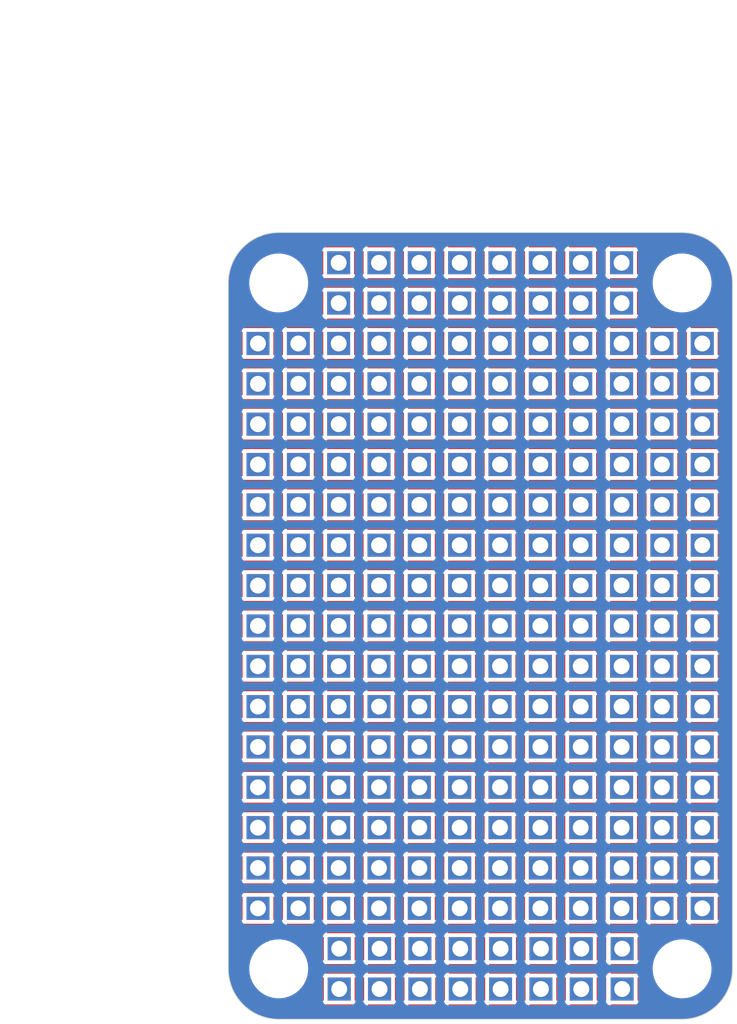
<source format=kicad_pcb>
(kicad_pcb (version 20221018) (generator pcbnew)
  (layers (0 "F.Cu" signal) (31 "B.Cu" signal) (34 "B.Paste" user) (35 "F.Paste" user) (36 "B.SilkS" user "B.Silkscreen") (37 "F.SilkS" user "F.Silkscreen") (38 "B.Mask" user) (39 "F.Mask" user) (44 "Edge.Cuts" user))
  (net 0 "")
  (footprint "MountingHole:MountingHole_3.2mm_M3" (layer "F.Cu") (at 92.175 92.175)
    (fp_text reference "REF**" hide)
    (fp_text value "MountingHole_3.2mm_M3" hide)
  )
  (footprint "MountingHole:MountingHole_3.2mm_M3" (layer "F.Cu") (at 117.575 92.175)
    (fp_text reference "REF**" hide)
    (fp_text value "MountingHole_3.2mm_M3" hide)
  )
  (footprint "MountingHole:MountingHole_3.2mm_M3" (layer "F.Cu") (at 92.175 135.355)
    (fp_text reference "REF**" hide)
    (fp_text value "MountingHole_3.2mm_M3" hide)
  )
  (footprint "MountingHole:MountingHole_3.2mm_M3" (layer "F.Cu") (at 117.575 135.355)
    (fp_text reference "REF**" hide)
    (fp_text value "MountingHole_3.2mm_M3" hide)
  )
  (footprint "Grid-PCB:SOIC-Pad-TopLeft" (layer "F.Cu") (at 95.95 90.905)
    (fp_text reference "REF**" hide)
    (fp_text value "SOIC-Pad-TopLeft" hide)
  )
  (footprint "Grid-PCB:SOIC-Pad-Top" (layer "F.Cu") (at 101.03 90.905)
    (fp_text reference "REF**" hide)
    (fp_text value "SOIC-Pad-Top" hide)
  )
  (footprint "Grid-PCB:SOIC-Pad-Left" (layer "F.Cu") (at 90.87 101.065)
    (fp_text reference "REF**" hide)
    (fp_text value "SOIC-Pad-Left" hide)
  )
  (footprint "Grid-PCB:SOIC-Pad-TopLeft" (layer "F.Cu") (at 90.87 95.985)
    (fp_text reference "REF**" hide)
    (fp_text value "SOIC-Pad-TopLeft" hide)
  )
  (footprint "Grid-PCB:SOIC-Pad-Top" (layer "F.Cu") (at 103.57 90.905)
    (fp_text reference "REF**" hide)
    (fp_text value "SOIC-Pad-Top" hide)
  )
  (footprint "Grid-PCB:SOIC-Pad-Top" (layer "F.Cu") (at 106.11 90.905)
    (fp_text reference "REF**" hide)
    (fp_text value "SOIC-Pad-Top" hide)
  )
  (footprint "Grid-PCB:SOIC-Pad-Top" (layer "F.Cu") (at 108.65 90.905)
    (fp_text reference "REF**" hide)
    (fp_text value "SOIC-Pad-Top" hide)
  )
  (footprint "Grid-PCB:SOIC-Pad-Top" (layer "F.Cu") (at 111.19 90.905)
    (fp_text reference "REF**" hide)
    (fp_text value "SOIC-Pad-Top" hide)
  )
  (footprint "Grid-PCB:SOIC-Pad-Left" (layer "F.Cu") (at 90.87 103.605)
    (fp_text reference "REF**" hide)
    (fp_text value "SOIC-Pad-Left" hide)
  )
  (footprint "Grid-PCB:SOIC-Pad-Left" (layer "F.Cu") (at 90.87 106.145)
    (fp_text reference "REF**" hide)
    (fp_text value "SOIC-Pad-Left" hide)
  )
  (footprint "Grid-PCB:SOIC-Pad-Left" (layer "F.Cu") (at 90.87 108.685)
    (fp_text reference "REF**" hide)
    (fp_text value "SOIC-Pad-Left" hide)
  )
  (footprint "Grid-PCB:SOIC-Pad-Left" (layer "F.Cu") (at 90.87 111.225)
    (fp_text reference "REF**" hide)
    (fp_text value "SOIC-Pad-Left" hide)
  )
  (footprint "Grid-PCB:SOIC-Pad-Left" (layer "F.Cu") (at 90.87 113.765)
    (fp_text reference "REF**" hide)
    (fp_text value "SOIC-Pad-Left" hide)
  )
  (footprint "Grid-PCB:SOIC-Pad-Left" (layer "F.Cu") (at 90.87 116.305)
    (fp_text reference "REF**" hide)
    (fp_text value "SOIC-Pad-Left" hide)
  )
  (footprint "Grid-PCB:SOIC-Pad-Left" (layer "F.Cu") (at 90.87 118.845)
    (fp_text reference "REF**" hide)
    (fp_text value "SOIC-Pad-Left" hide)
  )
  (footprint "Grid-PCB:SOIC-Pad-Left" (layer "F.Cu") (at 90.87 121.385)
    (fp_text reference "REF**" hide)
    (fp_text value "SOIC-Pad-Left" hide)
  )
  (footprint "Grid-PCB:SOIC-Pad-Left" (layer "F.Cu") (at 90.87 123.925)
    (fp_text reference "REF**" hide)
    (fp_text value "SOIC-Pad-Left" hide)
  )
  (footprint "Grid-PCB:SOIC-Pad-Left" (layer "F.Cu") (at 90.87 126.465)
    (fp_text reference "REF**" hide)
    (fp_text value "SOIC-Pad-Left" hide)
  )
  (footprint "Grid-PCB:SOIC-Pad-Left" (layer "F.Cu") (at 90.87 129.005)
    (fp_text reference "REF**" hide)
    (fp_text value "SOIC-Pad-Left" hide)
  )
  (footprint "Grid-PCB:SOIC-Pad-bulk" (layer "F.Cu") (at 95.95 93.445)
    (fp_text reference "REF**" hide)
    (fp_text value "SOIC-Pad-bulk" hide)
  )
  (footprint "Grid-PCB:SOIC-Pad-bulk" (layer "F.Cu") (at 101.03 93.445)
    (fp_text reference "REF**" hide)
    (fp_text value "SOIC-Pad-bulk" hide)
  )
  (footprint "Grid-PCB:SOIC-Pad-bulk" (layer "F.Cu") (at 103.57 93.445)
    (fp_text reference "REF**" hide)
    (fp_text value "SOIC-Pad-bulk" hide)
  )
  (footprint "Grid-PCB:SOIC-Pad-bulk" (layer "F.Cu") (at 106.11 93.445)
    (fp_text reference "REF**" hide)
    (fp_text value "SOIC-Pad-bulk" hide)
  )
  (footprint "Grid-PCB:SOIC-Pad-bulk" (layer "F.Cu") (at 108.65 93.445)
    (fp_text reference "REF**" hide)
    (fp_text value "SOIC-Pad-bulk" hide)
  )
  (footprint "Grid-PCB:SOIC-Pad-bulk" (layer "F.Cu") (at 111.19 93.445)
    (fp_text reference "REF**" hide)
    (fp_text value "SOIC-Pad-bulk" hide)
  )
  (footprint "Grid-PCB:SOIC-Pad-bulk" (layer "F.Cu") (at 98.49 95.985)
    (fp_text reference "REF**" hide)
    (fp_text value "SOIC-Pad-bulk" hide)
  )
  (footprint "Grid-PCB:SOIC-Pad-bulk" (layer "F.Cu") (at 101.03 95.985)
    (fp_text reference "REF**" hide)
    (fp_text value "SOIC-Pad-bulk" hide)
  )
  (footprint "Grid-PCB:SOIC-Pad-bulk" (layer "F.Cu") (at 103.57 95.985)
    (fp_text reference "REF**" hide)
    (fp_text value "SOIC-Pad-bulk" hide)
  )
  (footprint "Grid-PCB:SOIC-Pad-bulk" (layer "F.Cu") (at 106.11 95.985)
    (fp_text reference "REF**" hide)
    (fp_text value "SOIC-Pad-bulk" hide)
  )
  (footprint "Grid-PCB:SOIC-Pad-bulk" (layer "F.Cu") (at 108.65 95.985)
    (fp_text reference "REF**" hide)
    (fp_text value "SOIC-Pad-bulk" hide)
  )
  (footprint "Grid-PCB:SOIC-Pad-bulk" (layer "F.Cu") (at 111.19 95.985)
    (fp_text reference "REF**" hide)
    (fp_text value "SOIC-Pad-bulk" hide)
  )
  (footprint "Grid-PCB:SOIC-Pad-bulk" (layer "F.Cu") (at 98.49 98.525)
    (fp_text reference "REF**" hide)
    (fp_text value "SOIC-Pad-bulk" hide)
  )
  (footprint "Grid-PCB:SOIC-Pad-bulk" (layer "F.Cu") (at 101.03 98.525)
    (fp_text reference "REF**" hide)
    (fp_text value "SOIC-Pad-bulk" hide)
  )
  (footprint "Grid-PCB:SOIC-Pad-bulk" (layer "F.Cu") (at 103.57 98.525)
    (fp_text reference "REF**" hide)
    (fp_text value "SOIC-Pad-bulk" hide)
  )
  (footprint "Grid-PCB:SOIC-Pad-bulk" (layer "F.Cu") (at 106.11 98.525)
    (fp_text reference "REF**" hide)
    (fp_text value "SOIC-Pad-bulk" hide)
  )
  (footprint "Grid-PCB:SOIC-Pad-bulk" (layer "F.Cu") (at 108.65 98.525)
    (fp_text reference "REF**" hide)
    (fp_text value "SOIC-Pad-bulk" hide)
  )
  (footprint "Grid-PCB:SOIC-Pad-bulk" (layer "F.Cu") (at 111.19 98.525)
    (fp_text reference "REF**" hide)
    (fp_text value "SOIC-Pad-bulk" hide)
  )
  (footprint "Grid-PCB:SOIC-Pad-bulk" (layer "F.Cu") (at 98.49 101.065)
    (fp_text reference "REF**" hide)
    (fp_text value "SOIC-Pad-bulk" hide)
  )
  (footprint "Grid-PCB:SOIC-Pad-bulk" (layer "F.Cu") (at 101.03 101.065)
    (fp_text reference "REF**" hide)
    (fp_text value "SOIC-Pad-bulk" hide)
  )
  (footprint "Grid-PCB:SOIC-Pad-bulk" (layer "F.Cu") (at 103.57 101.065)
    (fp_text reference "REF**" hide)
    (fp_text value "SOIC-Pad-bulk" hide)
  )
  (footprint "Grid-PCB:SOIC-Pad-bulk" (layer "F.Cu") (at 106.11 101.065)
    (fp_text reference "REF**" hide)
    (fp_text value "SOIC-Pad-bulk" hide)
  )
  (footprint "Grid-PCB:SOIC-Pad-bulk" (layer "F.Cu") (at 108.65 101.065)
    (fp_text reference "REF**" hide)
    (fp_text value "SOIC-Pad-bulk" hide)
  )
  (footprint "Grid-PCB:SOIC-Pad-bulk" (layer "F.Cu") (at 111.19 101.065)
    (fp_text reference "REF**" hide)
    (fp_text value "SOIC-Pad-bulk" hide)
  )
  (footprint "Grid-PCB:SOIC-Pad-bulk" (layer "F.Cu") (at 98.49 103.605)
    (fp_text reference "REF**" hide)
    (fp_text value "SOIC-Pad-bulk" hide)
  )
  (footprint "Grid-PCB:SOIC-Pad-bulk" (layer "F.Cu") (at 101.03 103.605)
    (fp_text reference "REF**" hide)
    (fp_text value "SOIC-Pad-bulk" hide)
  )
  (footprint "Grid-PCB:SOIC-Pad-bulk" (layer "F.Cu") (at 103.57 103.605)
    (fp_text reference "REF**" hide)
    (fp_text value "SOIC-Pad-bulk" hide)
  )
  (footprint "Grid-PCB:SOIC-Pad-bulk" (layer "F.Cu") (at 106.11 103.605)
    (fp_text reference "REF**" hide)
    (fp_text value "SOIC-Pad-bulk" hide)
  )
  (footprint "Grid-PCB:SOIC-Pad-bulk" (layer "F.Cu") (at 108.65 103.605)
    (fp_text reference "REF**" hide)
    (fp_text value "SOIC-Pad-bulk" hide)
  )
  (footprint "Grid-PCB:SOIC-Pad-bulk" (layer "F.Cu") (at 111.19 103.605)
    (fp_text reference "REF**" hide)
    (fp_text value "SOIC-Pad-bulk" hide)
  )
  (footprint "Grid-PCB:SOIC-Pad-bulk" (layer "F.Cu") (at 98.49 106.145)
    (fp_text reference "REF**" hide)
    (fp_text value "SOIC-Pad-bulk" hide)
  )
  (footprint "Grid-PCB:SOIC-Pad-bulk" (layer "F.Cu") (at 101.03 106.145)
    (fp_text reference "REF**" hide)
    (fp_text value "SOIC-Pad-bulk" hide)
  )
  (footprint "Grid-PCB:SOIC-Pad-bulk" (layer "F.Cu") (at 103.57 106.145)
    (fp_text reference "REF**" hide)
    (fp_text value "SOIC-Pad-bulk" hide)
  )
  (footprint "Grid-PCB:SOIC-Pad-bulk" (layer "F.Cu") (at 106.11 106.145)
    (fp_text reference "REF**" hide)
    (fp_text value "SOIC-Pad-bulk" hide)
  )
  (footprint "Grid-PCB:SOIC-Pad-bulk" (layer "F.Cu") (at 108.65 106.145)
    (fp_text reference "REF**" hide)
    (fp_text value "SOIC-Pad-bulk" hide)
  )
  (footprint "Grid-PCB:SOIC-Pad-bulk" (layer "F.Cu") (at 111.19 106.145)
    (fp_text reference "REF**" hide)
    (fp_text value "SOIC-Pad-bulk" hide)
  )
  (footprint "Grid-PCB:SOIC-Pad-bulk" (layer "F.Cu") (at 98.49 108.685)
    (fp_text reference "REF**" hide)
    (fp_text value "SOIC-Pad-bulk" hide)
  )
  (footprint "Grid-PCB:SOIC-Pad-bulk" (layer "F.Cu") (at 101.03 108.685)
    (fp_text reference "REF**" hide)
    (fp_text value "SOIC-Pad-bulk" hide)
  )
  (footprint "Grid-PCB:SOIC-Pad-bulk" (layer "F.Cu") (at 103.57 108.685)
    (fp_text reference "REF**" hide)
    (fp_text value "SOIC-Pad-bulk" hide)
  )
  (footprint "Grid-PCB:SOIC-Pad-bulk" (layer "F.Cu") (at 106.11 108.685)
    (fp_text reference "REF**" hide)
    (fp_text value "SOIC-Pad-bulk" hide)
  )
  (footprint "Grid-PCB:SOIC-Pad-bulk" (layer "F.Cu") (at 108.65 108.685)
    (fp_text reference "REF**" hide)
    (fp_text value "SOIC-Pad-bulk" hide)
  )
  (footprint "Grid-PCB:SOIC-Pad-bulk" (layer "F.Cu") (at 111.19 108.685)
    (fp_text reference "REF**" hide)
    (fp_text value "SOIC-Pad-bulk" hide)
  )
  (footprint "Grid-PCB:SOIC-Pad-bulk" (layer "F.Cu") (at 98.49 111.225)
    (fp_text reference "REF**" hide)
    (fp_text value "SOIC-Pad-bulk" hide)
  )
  (footprint "Grid-PCB:SOIC-Pad-bulk" (layer "F.Cu") (at 101.03 111.225)
    (fp_text reference "REF**" hide)
    (fp_text value "SOIC-Pad-bulk" hide)
  )
  (footprint "Grid-PCB:SOIC-Pad-bulk" (layer "F.Cu") (at 103.57 111.225)
    (fp_text reference "REF**" hide)
    (fp_text value "SOIC-Pad-bulk" hide)
  )
  (footprint "Grid-PCB:SOIC-Pad-bulk" (layer "F.Cu") (at 106.11 111.225)
    (fp_text reference "REF**" hide)
    (fp_text value "SOIC-Pad-bulk" hide)
  )
  (footprint "Grid-PCB:SOIC-Pad-bulk" (layer "F.Cu") (at 108.65 111.225)
    (fp_text reference "REF**" hide)
    (fp_text value "SOIC-Pad-bulk" hide)
  )
  (footprint "Grid-PCB:SOIC-Pad-bulk" (layer "F.Cu") (at 111.19 111.225)
    (fp_text reference "REF**" hide)
    (fp_text value "SOIC-Pad-bulk" hide)
  )
  (footprint "Grid-PCB:SOIC-Pad-bulk" (layer "F.Cu") (at 98.49 113.765)
    (fp_text reference "REF**" hide)
    (fp_text value "SOIC-Pad-bulk" hide)
  )
  (footprint "Grid-PCB:SOIC-Pad-bulk" (layer "F.Cu") (at 101.03 113.765)
    (fp_text reference "REF**" hide)
    (fp_text value "SOIC-Pad-bulk" hide)
  )
  (footprint "Grid-PCB:SOIC-Pad-bulk" (layer "F.Cu") (at 103.57 113.765)
    (fp_text reference "REF**" hide)
    (fp_text value "SOIC-Pad-bulk" hide)
  )
  (footprint "Grid-PCB:SOIC-Pad-bulk" (layer "F.Cu") (at 106.11 113.765)
    (fp_text reference "REF**" hide)
    (fp_text value "SOIC-Pad-bulk" hide)
  )
  (footprint "Grid-PCB:SOIC-Pad-bulk" (layer "F.Cu") (at 108.65 113.765)
    (fp_text reference "REF**" hide)
    (fp_text value "SOIC-Pad-bulk" hide)
  )
  (footprint "Grid-PCB:SOIC-Pad-bulk" (layer "F.Cu") (at 111.19 113.765)
    (fp_text reference "REF**" hide)
    (fp_text value "SOIC-Pad-bulk" hide)
  )
  (footprint "Grid-PCB:SOIC-Pad-bulk" (layer "F.Cu") (at 98.49 116.305)
    (fp_text reference "REF**" hide)
    (fp_text value "SOIC-Pad-bulk" hide)
  )
  (footprint "Grid-PCB:SOIC-Pad-bulk" (layer "F.Cu") (at 101.03 116.305)
    (fp_text reference "REF**" hide)
    (fp_text value "SOIC-Pad-bulk" hide)
  )
  (footprint "Grid-PCB:SOIC-Pad-bulk" (layer "F.Cu") (at 103.57 116.305)
    (fp_text reference "REF**" hide)
    (fp_text value "SOIC-Pad-bulk" hide)
  )
  (footprint "Grid-PCB:SOIC-Pad-bulk" (layer "F.Cu") (at 106.11 116.305)
    (fp_text reference "REF**" hide)
    (fp_text value "SOIC-Pad-bulk" hide)
  )
  (footprint "Grid-PCB:SOIC-Pad-bulk" (layer "F.Cu") (at 108.65 116.305)
    (fp_text reference "REF**" hide)
    (fp_text value "SOIC-Pad-bulk" hide)
  )
  (footprint "Grid-PCB:SOIC-Pad-bulk" (layer "F.Cu") (at 111.19 116.305)
    (fp_text reference "REF**" hide)
    (fp_text value "SOIC-Pad-bulk" hide)
  )
  (footprint "Grid-PCB:SOIC-Pad-bulk" (layer "F.Cu") (at 98.49 118.845)
    (fp_text reference "REF**" hide)
    (fp_text value "SOIC-Pad-bulk" hide)
  )
  (footprint "Grid-PCB:SOIC-Pad-bulk" (layer "F.Cu") (at 101.03 118.845)
    (fp_text reference "REF**" hide)
    (fp_text value "SOIC-Pad-bulk" hide)
  )
  (footprint "Grid-PCB:SOIC-Pad-bulk" (layer "F.Cu") (at 103.57 118.845)
    (fp_text reference "REF**" hide)
    (fp_text value "SOIC-Pad-bulk" hide)
  )
  (footprint "Grid-PCB:SOIC-Pad-bulk" (layer "F.Cu") (at 106.11 118.845)
    (fp_text reference "REF**" hide)
    (fp_text value "SOIC-Pad-bulk" hide)
  )
  (footprint "Grid-PCB:SOIC-Pad-bulk" (layer "F.Cu") (at 108.65 118.845)
    (fp_text reference "REF**" hide)
    (fp_text value "SOIC-Pad-bulk" hide)
  )
  (footprint "Grid-PCB:SOIC-Pad-bulk" (layer "F.Cu") (at 111.19 118.845)
    (fp_text reference "REF**" hide)
    (fp_text value "SOIC-Pad-bulk" hide)
  )
  (footprint "Grid-PCB:SOIC-Pad-bulk" (layer "F.Cu") (at 98.49 121.385)
    (fp_text reference "REF**" hide)
    (fp_text value "SOIC-Pad-bulk" hide)
  )
  (footprint "Grid-PCB:SOIC-Pad-bulk" (layer "F.Cu") (at 101.03 121.385)
    (fp_text reference "REF**" hide)
    (fp_text value "SOIC-Pad-bulk" hide)
  )
  (footprint "Grid-PCB:SOIC-Pad-bulk" (layer "F.Cu") (at 103.57 121.385)
    (fp_text reference "REF**" hide)
    (fp_text value "SOIC-Pad-bulk" hide)
  )
  (footprint "Grid-PCB:SOIC-Pad-bulk" (layer "F.Cu") (at 106.11 121.385)
    (fp_text reference "REF**" hide)
    (fp_text value "SOIC-Pad-bulk" hide)
  )
  (footprint "Grid-PCB:SOIC-Pad-bulk" (layer "F.Cu") (at 108.65 121.385)
    (fp_text reference "REF**" hide)
    (fp_text value "SOIC-Pad-bulk" hide)
  )
  (footprint "Grid-PCB:SOIC-Pad-bulk" (layer "F.Cu") (at 111.19 121.385)
    (fp_text reference "REF**" hide)
    (fp_text value "SOIC-Pad-bulk" hide)
  )
  (footprint "Grid-PCB:SOIC-Pad-bulk" (layer "F.Cu") (at 98.49 123.925)
    (fp_text reference "REF**" hide)
    (fp_text value "SOIC-Pad-bulk" hide)
  )
  (footprint "Grid-PCB:SOIC-Pad-bulk" (layer "F.Cu") (at 101.03 123.925)
    (fp_text reference "REF**" hide)
    (fp_text value "SOIC-Pad-bulk" hide)
  )
  (footprint "Grid-PCB:SOIC-Pad-bulk" (layer "F.Cu") (at 103.57 123.925)
    (fp_text reference "REF**" hide)
    (fp_text value "SOIC-Pad-bulk" hide)
  )
  (footprint "Grid-PCB:SOIC-Pad-bulk" (layer "F.Cu") (at 106.11 123.925)
    (fp_text reference "REF**" hide)
    (fp_text value "SOIC-Pad-bulk" hide)
  )
  (footprint "Grid-PCB:SOIC-Pad-bulk" (layer "F.Cu") (at 108.65 123.925)
    (fp_text reference "REF**" hide)
    (fp_text value "SOIC-Pad-bulk" hide)
  )
  (footprint "Grid-PCB:SOIC-Pad-bulk" (layer "F.Cu") (at 111.19 123.925)
    (fp_text reference "REF**" hide)
    (fp_text value "SOIC-Pad-bulk" hide)
  )
  (footprint "Grid-PCB:SOIC-Pad-bulk" (layer "F.Cu") (at 98.49 126.465)
    (fp_text reference "REF**" hide)
    (fp_text value "SOIC-Pad-bulk" hide)
  )
  (footprint "Grid-PCB:SOIC-Pad-bulk" (layer "F.Cu") (at 101.03 126.465)
    (fp_text reference "REF**" hide)
    (fp_text value "SOIC-Pad-bulk" hide)
  )
  (footprint "Grid-PCB:SOIC-Pad-bulk" (layer "F.Cu") (at 103.57 126.465)
    (fp_text reference "REF**" hide)
    (fp_text value "SOIC-Pad-bulk" hide)
  )
  (footprint "Grid-PCB:SOIC-Pad-bulk" (layer "F.Cu") (at 106.11 126.465)
    (fp_text reference "REF**" hide)
    (fp_text value "SOIC-Pad-bulk" hide)
  )
  (footprint "Grid-PCB:SOIC-Pad-bulk" (layer "F.Cu") (at 108.65 126.465)
    (fp_text reference "REF**" hide)
    (fp_text value "SOIC-Pad-bulk" hide)
  )
  (footprint "Grid-PCB:SOIC-Pad-bulk" (layer "F.Cu") (at 111.19 126.465)
    (fp_text reference "REF**" hide)
    (fp_text value "SOIC-Pad-bulk" hide)
  )
  (footprint "Grid-PCB:SOIC-Pad-bulk" (layer "F.Cu") (at 98.49 129.005)
    (fp_text reference "REF**" hide)
    (fp_text value "SOIC-Pad-bulk" hide)
  )
  (footprint "Grid-PCB:SOIC-Pad-bulk" (layer "F.Cu") (at 101.03 129.005)
    (fp_text reference "REF**" hide)
    (fp_text value "SOIC-Pad-bulk" hide)
  )
  (footprint "Grid-PCB:SOIC-Pad-bulk" (layer "F.Cu") (at 103.57 129.005)
    (fp_text reference "REF**" hide)
    (fp_text value "SOIC-Pad-bulk" hide)
  )
  (footprint "Grid-PCB:SOIC-Pad-bulk" (layer "F.Cu") (at 106.11 129.005)
    (fp_text reference "REF**" hide)
    (fp_text value "SOIC-Pad-bulk" hide)
  )
  (footprint "Grid-PCB:SOIC-Pad-bulk" (layer "F.Cu") (at 108.65 129.005)
    (fp_text reference "REF**" hide)
    (fp_text value "SOIC-Pad-bulk" hide)
  )
  (footprint "Grid-PCB:SOIC-Pad-bulk" (layer "F.Cu") (at 111.19 129.005)
    (fp_text reference "REF**" hide)
    (fp_text value "SOIC-Pad-bulk" hide)
  )
  (footprint "Grid-PCB:SOIC-Pad-bulk" (layer "F.Cu") (at 98.49 131.545)
    (fp_text reference "REF**" hide)
    (fp_text value "SOIC-Pad-bulk" hide)
  )
  (footprint "Grid-PCB:SOIC-Pad-bulk" (layer "F.Cu") (at 101.03 131.545)
    (fp_text reference "REF**" hide)
    (fp_text value "SOIC-Pad-bulk" hide)
  )
  (footprint "Grid-PCB:SOIC-Pad-bulk" (layer "F.Cu") (at 103.57 131.545)
    (fp_text reference "REF**" hide)
    (fp_text value "SOIC-Pad-bulk" hide)
  )
  (footprint "Grid-PCB:SOIC-Pad-bulk" (layer "F.Cu") (at 106.11 131.545)
    (fp_text reference "REF**" hide)
    (fp_text value "SOIC-Pad-bulk" hide)
  )
  (footprint "Grid-PCB:SOIC-Pad-bulk" (layer "F.Cu") (at 108.65 131.545)
    (fp_text reference "REF**" hide)
    (fp_text value "SOIC-Pad-bulk" hide)
  )
  (footprint "Grid-PCB:SOIC-Pad-bulk" (layer "F.Cu") (at 111.19 131.545)
    (fp_text reference "REF**" hide)
    (fp_text value "SOIC-Pad-bulk" hide)
  )
  (footprint "Grid-PCB:SOIC-Pad-bulk" (layer "F.Cu") (at 95.95 106.145)
    (fp_text reference "REF**" hide)
    (fp_text value "SOIC-Pad-bulk" hide)
  )
  (footprint "Grid-PCB:SOIC-Pad-bulk" (layer "F.Cu") (at 95.95 103.605)
    (fp_text reference "REF**" hide)
    (fp_text value "SOIC-Pad-bulk" hide)
  )
  (footprint "Grid-PCB:SOIC-Pad-bulk" (layer "F.Cu") (at 95.95 108.685)
    (fp_text reference "REF**" hide)
    (fp_text value "SOIC-Pad-bulk" hide)
  )
  (footprint "Grid-PCB:SOIC-Pad-bulk" (layer "F.Cu") (at 95.95 111.225)
    (fp_text reference "REF**" hide)
    (fp_text value "SOIC-Pad-bulk" hide)
  )
  (footprint "Grid-PCB:SOIC-Pad-bulk" (layer "F.Cu") (at 95.95 113.765)
    (fp_text reference "REF**" hide)
    (fp_text value "SOIC-Pad-bulk" hide)
  )
  (footprint "Grid-PCB:SOIC-Pad-bulk" (layer "F.Cu") (at 95.95 121.385)
    (fp_text reference "REF**" hide)
    (fp_text value "SOIC-Pad-bulk" hide)
  )
  (footprint "Grid-PCB:SOIC-Pad-bulk" (layer "F.Cu") (at 95.95 118.845)
    (fp_text reference "REF**" hide)
    (fp_text value "SOIC-Pad-bulk" hide)
  )
  (footprint "Grid-PCB:SOIC-Pad-bulk" (layer "F.Cu") (at 95.95 116.305)
    (fp_text reference "REF**" hide)
    (fp_text value "SOIC-Pad-bulk" hide)
  )
  (footprint "Grid-PCB:SOIC-Pad-bulk" (layer "F.Cu") (at 95.95 123.925)
    (fp_text reference "REF**" hide)
    (fp_text value "SOIC-Pad-bulk" hide)
  )
  (footprint "Grid-PCB:SOIC-Pad-bulk" (layer "F.Cu") (at 95.95 126.465)
    (fp_text reference "REF**" hide)
    (fp_text value "SOIC-Pad-bulk" hide)
  )
  (footprint "Grid-PCB:SOIC-Pad-bulk" (layer "F.Cu") (at 95.95 129.005)
    (fp_text reference "REF**" hide)
    (fp_text value "SOIC-Pad-bulk" hide)
  )
  (footprint "Grid-PCB:SOIC-Pad-bulk" (layer "F.Cu") (at 95.95 131.545)
    (fp_text reference "REF**" hide)
    (fp_text value "SOIC-Pad-bulk" hide)
  )
  (footprint "Grid-PCB:SOIC-Pad-bulk" (layer "F.Cu") (at 95.95 98.525)
    (fp_text reference "REF**" hide)
    (fp_text value "SOIC-Pad-bulk" hide)
  )
  (footprint "Grid-PCB:SOIC-Pad-bulk" (layer "F.Cu") (at 95.95 101.065)
    (fp_text reference "REF**" hide)
    (fp_text value "SOIC-Pad-bulk" hide)
  )
  (footprint "Grid-PCB:SOIC-Pad-bulk" (layer "F.Cu") (at 93.41 116.305)
    (fp_text reference "REF**" hide)
    (fp_text value "SOIC-Pad-bulk" hide)
  )
  (footprint "Grid-PCB:SOIC-Pad-bulk" (layer "F.Cu") (at 93.41 113.765)
    (fp_text reference "REF**" hide)
    (fp_text value "SOIC-Pad-bulk" hide)
  )
  (footprint "Grid-PCB:SOIC-Pad-bulk" (layer "F.Cu") (at 93.41 121.385)
    (fp_text reference "REF**" hide)
    (fp_text value "SOIC-Pad-bulk" hide)
  )
  (footprint "Grid-PCB:SOIC-Pad-bulk" (layer "F.Cu") (at 93.41 129.005)
    (fp_text reference "REF**" hide)
    (fp_text value "SOIC-Pad-bulk" hide)
  )
  (footprint "Grid-PCB:SOIC-Pad-bulk" (layer "F.Cu") (at 93.41 106.145)
    (fp_text reference "REF**" hide)
    (fp_text value "SOIC-Pad-bulk" hide)
  )
  (footprint "Grid-PCB:SOIC-Pad-bulk" (layer "F.Cu") (at 93.41 126.465)
    (fp_text reference "REF**" hide)
    (fp_text value "SOIC-Pad-bulk" hide)
  )
  (footprint "Grid-PCB:SOIC-Pad-bulk" (layer "F.Cu") (at 93.41 111.225)
    (fp_text reference "REF**" hide)
    (fp_text value "SOIC-Pad-bulk" hide)
  )
  (footprint "Grid-PCB:SOIC-Pad-bulk" (layer "F.Cu") (at 93.41 95.985)
    (fp_text reference "REF**" hide)
    (fp_text value "SOIC-Pad-bulk" hide)
  )
  (footprint "Grid-PCB:SOIC-Pad-bulk" (layer "F.Cu") (at 93.41 101.065)
    (fp_text reference "REF**" hide)
    (fp_text value "SOIC-Pad-bulk" hide)
  )
  (footprint "Grid-PCB:SOIC-Pad-bulk" (layer "F.Cu") (at 93.41 108.685)
    (fp_text reference "REF**" hide)
    (fp_text value "SOIC-Pad-bulk" hide)
  )
  (footprint "Grid-PCB:SOIC-Pad-bulk" (layer "F.Cu") (at 93.41 118.845)
    (fp_text reference "REF**" hide)
    (fp_text value "SOIC-Pad-bulk" hide)
  )
  (footprint "Grid-PCB:SOIC-Pad-bulk" (layer "F.Cu") (at 93.41 123.925)
    (fp_text reference "REF**" hide)
    (fp_text value "SOIC-Pad-bulk" hide)
  )
  (footprint "Grid-PCB:SOIC-Pad-bulk" (layer "F.Cu") (at 93.41 103.605)
    (fp_text reference "REF**" hide)
    (fp_text value "SOIC-Pad-bulk" hide)
  )
  (footprint "Grid-PCB:SOIC-Pad-bulk" (layer "F.Cu") (at 113.765 106.145)
    (fp_text reference "REF**" hide)
    (fp_text value "SOIC-Pad-bulk" hide)
  )
  (footprint "Grid-PCB:SOIC-Pad-bulk" (layer "F.Cu") (at 113.765 103.605)
    (fp_text reference "REF**" hide)
    (fp_text value "SOIC-Pad-bulk" hide)
  )
  (footprint "Grid-PCB:SOIC-Pad-bulk" (layer "F.Cu") (at 113.765 108.685)
    (fp_text reference "REF**" hide)
    (fp_text value "SOIC-Pad-bulk" hide)
  )
  (footprint "Grid-PCB:SOIC-Pad-bulk" (layer "F.Cu") (at 113.765 111.225)
    (fp_text reference "REF**" hide)
    (fp_text value "SOIC-Pad-bulk" hide)
  )
  (footprint "Grid-PCB:SOIC-Pad-bulk" (layer "F.Cu") (at 113.765 116.305)
    (fp_text reference "REF**" hide)
    (fp_text value "SOIC-Pad-bulk" hide)
  )
  (footprint "Grid-PCB:SOIC-Pad-bulk" (layer "F.Cu") (at 113.765 113.765)
    (fp_text reference "REF**" hide)
    (fp_text value "SOIC-Pad-bulk" hide)
  )
  (footprint "Grid-PCB:SOIC-Pad-bulk" (layer "F.Cu") (at 113.765 118.845)
    (fp_text reference "REF**" hide)
    (fp_text value "SOIC-Pad-bulk" hide)
  )
  (footprint "Grid-PCB:SOIC-Pad-bulk" (layer "F.Cu") (at 113.765 121.385)
    (fp_text reference "REF**" hide)
    (fp_text value "SOIC-Pad-bulk" hide)
  )
  (footprint "Grid-PCB:SOIC-Pad-bulk" (layer "F.Cu") (at 113.765 123.925)
    (fp_text reference "REF**" hide)
    (fp_text value "SOIC-Pad-bulk" hide)
  )
  (footprint "Grid-PCB:SOIC-Pad-bulk" (layer "F.Cu") (at 113.765 126.465)
    (fp_text reference "REF**" hide)
    (fp_text value "SOIC-Pad-bulk" hide)
  )
  (footprint "Grid-PCB:SOIC-Pad-bulk" (layer "F.Cu") (at 113.765 131.545)
    (fp_text reference "REF**" hide)
    (fp_text value "SOIC-Pad-bulk" hide)
  )
  (footprint "Grid-PCB:SOIC-Pad-bulk" (layer "F.Cu") (at 113.765 98.525)
    (fp_text reference "REF**" hide)
    (fp_text value "SOIC-Pad-bulk" hide)
  )
  (footprint "Grid-PCB:SOIC-Pad-bulk" (layer "F.Cu") (at 113.765 101.065)
    (fp_text reference "REF**" hide)
    (fp_text value "SOIC-Pad-bulk" hide)
  )
  (footprint "Grid-PCB:SOIC-Pad-bulk" (layer "F.Cu") (at 113.765 129.005)
    (fp_text reference "REF**" hide)
    (fp_text value "SOIC-Pad-bulk" hide)
  )
  (footprint "Grid-PCB:SOIC-Pad-bulk" (layer "F.Cu") (at 116.305 106.145)
    (fp_text reference "REF**" hide)
    (fp_text value "SOIC-Pad-bulk" hide)
  )
  (footprint "Grid-PCB:SOIC-Pad-bulk" (layer "F.Cu") (at 116.305 103.605)
    (fp_text reference "REF**" hide)
    (fp_text value "SOIC-Pad-bulk" hide)
  )
  (footprint "Grid-PCB:SOIC-Pad-bulk" (layer "F.Cu") (at 116.305 108.685)
    (fp_text reference "REF**" hide)
    (fp_text value "SOIC-Pad-bulk" hide)
  )
  (footprint "Grid-PCB:SOIC-Pad-bulk" (layer "F.Cu") (at 116.305 111.225)
    (fp_text reference "REF**" hide)
    (fp_text value "SOIC-Pad-bulk" hide)
  )
  (footprint "Grid-PCB:SOIC-Pad-bulk" (layer "F.Cu") (at 116.305 116.305)
    (fp_text reference "REF**" hide)
    (fp_text value "SOIC-Pad-bulk" hide)
  )
  (footprint "Grid-PCB:SOIC-Pad-bulk" (layer "F.Cu") (at 116.305 113.765)
    (fp_text reference "REF**" hide)
    (fp_text value "SOIC-Pad-bulk" hide)
  )
  (footprint "Grid-PCB:SOIC-Pad-bulk" (layer "F.Cu") (at 116.305 118.845)
    (fp_text reference "REF**" hide)
    (fp_text value "SOIC-Pad-bulk" hide)
  )
  (footprint "Grid-PCB:SOIC-Pad-bulk" (layer "F.Cu") (at 116.305 121.385)
    (fp_text reference "REF**" hide)
    (fp_text value "SOIC-Pad-bulk" hide)
  )
  (footprint "Grid-PCB:SOIC-Pad-bulk" (layer "F.Cu") (at 116.305 123.925)
    (fp_text reference "REF**" hide)
    (fp_text value "SOIC-Pad-bulk" hide)
  )
  (footprint "Grid-PCB:SOIC-Pad-bulk" (layer "F.Cu") (at 116.305 126.465)
    (fp_text reference "REF**" hide)
    (fp_text value "SOIC-Pad-bulk" hide)
  )
  (footprint "Grid-PCB:SOIC-Pad-bulk" (layer "F.Cu") (at 116.305 101.065)
    (fp_text reference "REF**" hide)
    (fp_text value "SOIC-Pad-bulk" hide)
  )
  (footprint "Grid-PCB:SOIC-Pad-bulk" (layer "F.Cu") (at 118.845 118.845)
    (fp_text reference "REF**" hide)
    (fp_text value "SOIC-Pad-bulk" hide)
  )
  (footprint "Grid-PCB:SOIC-Pad-bulk" (layer "F.Cu") (at 118.845 116.305)
    (fp_text reference "REF**" hide)
    (fp_text value "SOIC-Pad-bulk" hide)
  )
  (footprint "Grid-PCB:SOIC-Pad-bulk" (layer "F.Cu") (at 118.845 113.765)
    (fp_text reference "REF**" hide)
    (fp_text value "SOIC-Pad-bulk" hide)
  )
  (footprint "Grid-PCB:SOIC-Pad-bulk" (layer "F.Cu") (at 118.845 103.605)
    (fp_text reference "REF**" hide)
    (fp_text value "SOIC-Pad-bulk" hide)
  )
  (footprint "Grid-PCB:SOIC-Pad-bulk" (layer "F.Cu") (at 118.845 108.685)
    (fp_text reference "REF**" hide)
    (fp_text value "SOIC-Pad-bulk" hide)
  )
  (footprint "Grid-PCB:SOIC-Pad-bulk" (layer "F.Cu") (at 118.845 106.145)
    (fp_text reference "REF**" hide)
    (fp_text value "SOIC-Pad-bulk" hide)
  )
  (footprint "Grid-PCB:SOIC-Pad-bulk" (layer "F.Cu") (at 118.845 126.465)
    (fp_text reference "REF**" hide)
    (fp_text value "SOIC-Pad-bulk" hide)
  )
  (footprint "Grid-PCB:SOIC-Pad-bulk" (layer "F.Cu") (at 118.845 101.065)
    (fp_text reference "REF**" hide)
    (fp_text value "SOIC-Pad-bulk" hide)
  )
  (footprint "Grid-PCB:SOIC-Pad-bulk" (layer "F.Cu") (at 118.845 111.225)
    (fp_text reference "REF**" hide)
    (fp_text value "SOIC-Pad-bulk" hide)
  )
  (footprint "Grid-PCB:SOIC-Pad-bulk" (layer "F.Cu") (at 118.845 123.925)
    (fp_text reference "REF**" hide)
    (fp_text value "SOIC-Pad-bulk" hide)
  )
  (footprint "Grid-PCB:SOIC-Pad-bulk" (layer "F.Cu") (at 118.845 121.385)
    (fp_text reference "REF**" hide)
    (fp_text value "SOIC-Pad-bulk" hide)
  )
  (footprint "Grid-PCB:SOIC-Pad-bulk" (layer "F.Cu") (at 118.845 129.005)
    (fp_text reference "REF**" hide)
    (fp_text value "SOIC-Pad-bulk" hide)
  )
  (footprint "Grid-PCB:SOIC-Pad-bulk" (layer "F.Cu") (at 116.305 129.005)
    (fp_text reference "REF**" hide)
    (fp_text value "SOIC-Pad-bulk" hide)
  )
  (footprint "Grid-PCB:SOIC-Pad-bulk" (layer "F.Cu") (at 116.305 131.545)
    (fp_text reference "REF**" hide)
    (fp_text value "SOIC-Pad-bulk" hide)
  )
  (footprint "Grid-PCB:SOIC-Pad-bulk" (layer "F.Cu") (at 118.845 131.545)
    (fp_text reference "REF**" hide)
    (fp_text value "SOIC-Pad-bulk" hide)
  )
  (footprint "Grid-PCB:SOIC-Pad-Left" (layer "F.Cu") (at 90.87 131.545)
    (fp_text reference "REF**" hide)
    (fp_text value "SOIC-Pad-Left" hide)
  )
  (footprint "Grid-PCB:SOIC-Pad-bulk" (layer "F.Cu") (at 93.41 131.545)
    (fp_text reference "REF**" hide)
    (fp_text value "SOIC-Pad-bulk" hide)
  )
  (footprint "Grid-PCB:SOIC-Pad-Left" (layer "F.Cu") (at 90.87 98.525)
    (fp_text reference "REF**" hide)
    (fp_text value "SOIC-Pad-Left" hide)
  )
  (footprint "Grid-PCB:SOIC-Pad-bulk" (layer "F.Cu") (at 93.41 98.525)
    (fp_text reference "REF**" hide)
    (fp_text value "SOIC-Pad-bulk" hide)
  )
  (footprint "Grid-PCB:SOIC-Pad-bulk" (layer "F.Cu") (at 95.95 95.985)
    (fp_text reference "REF**" hide)
    (fp_text value "SOIC-Pad-bulk" hide)
  )
  (footprint "Grid-PCB:SOIC-Pad-bulk" (layer "F.Cu") (at 98.49 93.445)
    (fp_text reference "REF**" hide)
    (fp_text value "SOIC-Pad-bulk" hide)
  )
  (footprint "Grid-PCB:SOIC-Pad-Top" (layer "F.Cu") (at 98.49 90.905)
    (fp_text reference "REF**" hide)
    (fp_text value "SOIC-Pad-Top" hide)
  )
  (footprint "Grid-PCB:SOIC-Pad-bulk" (layer "F.Cu") (at 113.765 93.445)
    (fp_text reference "REF**" hide)
    (fp_text value "SOIC-Pad-bulk" hide)
  )
  (footprint "Grid-PCB:SOIC-Pad-Top" (layer "F.Cu") (at 113.765 90.905)
    (fp_text reference "REF**" hide)
    (fp_text value "SOIC-Pad-Top" hide)
  )
  (footprint "Grid-PCB:SOIC-Pad-Top" (layer "F.Cu") (at 116.305 95.985)
    (fp_text reference "REF**" hide)
    (fp_text value "SOIC-Pad-Top" hide)
  )
  (footprint "Grid-PCB:SOIC-Pad-Top" (layer "F.Cu") (at 118.845 95.985)
    (fp_text reference "REF**" hide)
    (fp_text value "SOIC-Pad-Top" hide)
  )
  (footprint "Grid-PCB:SOIC-Pad-bulk" (layer "F.Cu") (at 113.765 95.985)
    (fp_text reference "REF**" hide)
    (fp_text value "SOIC-Pad-bulk" hide)
  )
  (footprint "Grid-PCB:SOIC-Pad-bulk" (layer "F.Cu") (at 116.305 98.525)
    (fp_text reference "REF**" hide)
    (fp_text value "SOIC-Pad-bulk" hide)
  )
  (footprint "Grid-PCB:SOIC-Pad-bulk" (layer "F.Cu") (at 118.845 98.525)
    (fp_text reference "REF**" hide)
    (fp_text value "SOIC-Pad-bulk" hide)
  )
  (footprint "Grid-PCB:SOIC-Pad-bulk" (layer "F.Cu") (at 113.8 134.085)
    (fp_text reference "REF**" hide)
    (fp_text value "SOIC-Pad-bulk" hide)
  )
  (footprint "Grid-PCB:SOIC-Pad-bulk" (layer "F.Cu") (at 101.065 134.085)
    (fp_text reference "REF**" hide)
    (fp_text value "SOIC-Pad-bulk" hide)
  )
  (footprint "Grid-PCB:SOIC-Pad-bulk" (layer "F.Cu") (at 111.225 136.625)
    (fp_text reference "REF**" hide)
    (fp_text value "SOIC-Pad-bulk" hide)
  )
  (footprint "Grid-PCB:SOIC-Pad-bulk" (layer "F.Cu") (at 108.685 134.085)
    (fp_text reference "REF**" hide)
    (fp_text value "SOIC-Pad-bulk" hide)
  )
  (footprint "Grid-PCB:SOIC-Pad-bulk" (layer "F.Cu") (at 98.525 136.625)
    (fp_text reference "REF**" hide)
    (fp_text value "SOIC-Pad-bulk" hide)
  )
  (footprint "Grid-PCB:SOIC-Pad-bulk" (layer "F.Cu") (at 101.065 136.625)
    (fp_text reference "REF**" hide)
    (fp_text value "SOIC-Pad-bulk" hide)
  )
  (footprint "Grid-PCB:SOIC-Pad-bulk" (layer "F.Cu") (at 98.525 134.085)
    (fp_text reference "REF**" hide)
    (fp_text value "SOIC-Pad-bulk" hide)
  )
  (footprint "Grid-PCB:SOIC-Pad-Left" (layer "F.Cu") (at 95.985 134.085)
    (fp_text reference "REF**" hide)
    (fp_text value "SOIC-Pad-Left" hide)
  )
  (footprint "Grid-PCB:SOIC-Pad-bulk" (layer "F.Cu") (at 113.8 136.625)
    (fp_text reference "REF**" hide)
    (fp_text value "SOIC-Pad-bulk" hide)
  )
  (footprint "Grid-PCB:SOIC-Pad-bulk" (layer "F.Cu") (at 111.225 134.085)
    (fp_text reference "REF**" hide)
    (fp_text value "SOIC-Pad-bulk" hide)
  )
  (footprint "Grid-PCB:SOIC-Pad-bulk" (layer "F.Cu") (at 106.145 134.085)
    (fp_text reference "REF**" hide)
    (fp_text value "SOIC-Pad-bulk" hide)
  )
  (footprint "Grid-PCB:SOIC-Pad-bulk" (layer "F.Cu") (at 103.605 136.625)
    (fp_text reference "REF**" hide)
    (fp_text value "SOIC-Pad-bulk" hide)
  )
  (footprint "Grid-PCB:SOIC-Pad-Left" (layer "F.Cu") (at 95.985 136.625)
    (fp_text reference "REF**" hide)
    (fp_text value "SOIC-Pad-Left" hide)
  )
  (footprint "Grid-PCB:SOIC-Pad-bulk" (layer "F.Cu") (at 106.145 136.625)
    (fp_text reference "REF**" hide)
    (fp_text value "SOIC-Pad-bulk" hide)
  )
  (footprint "Grid-PCB:SOIC-Pad-bulk" (layer "F.Cu") (at 108.685 136.625)
    (fp_text reference "REF**" hide)
    (fp_text value "SOIC-Pad-bulk" hide)
  )
  (footprint "Grid-PCB:SOIC-Pad-bulk" (layer "F.Cu") (at 103.605 134.085)
    (fp_text reference "REF**" hide)
    (fp_text value "SOIC-Pad-bulk" hide)
  )
  (gr_line (start 89 135.355) (end 89 92.175) (stroke (width 0.05)) (layer "Edge.Cuts"))
  (gr_line (start 120.75 92.175) (end 120.75 135.355) (stroke (width 0.05)) (layer "Edge.Cuts"))
  (gr_arc (start 92.175 138.53) (mid 89.929936 137.600064) (end 89 135.355) (stroke (width 0.05)) (layer "Edge.Cuts"))
  (gr_line (start 92.175 138.53) (end 117.575 138.53) (stroke (width 0.05)) (layer "Edge.Cuts"))
  (gr_arc (start 120.75 135.355) (mid 119.820064 137.600064) (end 117.575 138.53) (stroke (width 0.05)) (layer "Edge.Cuts"))
  (gr_line (start 92.175 89) (end 117.575 89) (stroke (width 0.05)) (layer "Edge.Cuts"))
  (gr_arc (start 89 92.175) (mid 89.929936 89.929936) (end 92.175 89) (stroke (width 0.05)) (layer "Edge.Cuts"))
  (gr_arc (start 117.575 89) (mid 119.820064 89.929936) (end 120.75 92.175) (stroke (width 0.05)) (layer "Edge.Cuts"))
  (zone (net 0) (net_name "") (layer "B.Cu") (connect_pads (clearance 0.3)) (min_thickness 0.254) (fill yes (thermal_gap 0.508) (thermal_bridge_width 0.508))
    (polygon (pts (xy 120.75 138.53) (xy 89 138.53) (xy 89 89) (xy 120.75 89)))
  )
)
</source>
